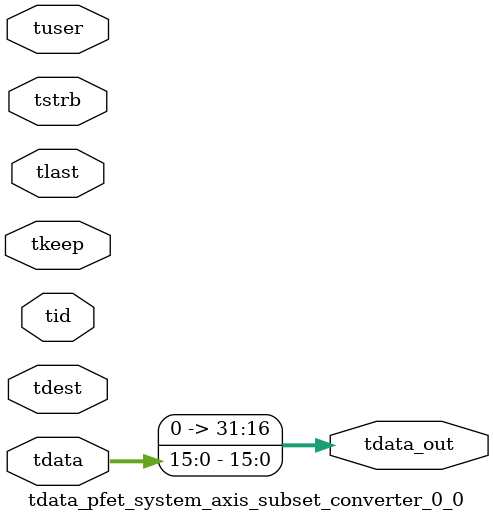
<source format=v>


`timescale 1ps/1ps

module tdata_pfet_system_axis_subset_converter_0_0 #
(
parameter C_S_AXIS_TDATA_WIDTH = 32,
parameter C_S_AXIS_TUSER_WIDTH = 0,
parameter C_S_AXIS_TID_WIDTH   = 0,
parameter C_S_AXIS_TDEST_WIDTH = 0,
parameter C_M_AXIS_TDATA_WIDTH = 32
)
(
input  [(C_S_AXIS_TDATA_WIDTH == 0 ? 1 : C_S_AXIS_TDATA_WIDTH)-1:0     ] tdata,
input  [(C_S_AXIS_TUSER_WIDTH == 0 ? 1 : C_S_AXIS_TUSER_WIDTH)-1:0     ] tuser,
input  [(C_S_AXIS_TID_WIDTH   == 0 ? 1 : C_S_AXIS_TID_WIDTH)-1:0       ] tid,
input  [(C_S_AXIS_TDEST_WIDTH == 0 ? 1 : C_S_AXIS_TDEST_WIDTH)-1:0     ] tdest,
input  [(C_S_AXIS_TDATA_WIDTH/8)-1:0 ] tkeep,
input  [(C_S_AXIS_TDATA_WIDTH/8)-1:0 ] tstrb,
input                                                                    tlast,
output [C_M_AXIS_TDATA_WIDTH-1:0] tdata_out
);

assign tdata_out = {tdata[15:0]};

endmodule


</source>
